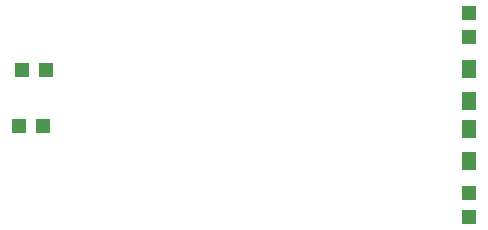
<source format=gbp>
G04 #@! TF.FileFunction,Paste,Bot*
%FSLAX46Y46*%
G04 Gerber Fmt 4.6, Leading zero omitted, Abs format (unit mm)*
G04 Created by KiCad (PCBNEW 0.201506222247+5806~23~ubuntu14.04.1-product) date Sat 27 Jun 2015 15:51:07 CEST*
%MOMM*%
G01*
G04 APERTURE LIST*
%ADD10C,0.100000*%
%ADD11R,1.198880X1.198880*%
%ADD12R,1.300000X1.500000*%
G04 APERTURE END LIST*
D10*
D11*
X159545020Y-56769000D03*
X157446980Y-56769000D03*
X159799020Y-52070000D03*
X157700980Y-52070000D03*
X195580000Y-49309020D03*
X195580000Y-47210980D03*
X195580000Y-62450980D03*
X195580000Y-64549020D03*
D12*
X195580000Y-51990000D03*
X195580000Y-54690000D03*
X195580000Y-59770000D03*
X195580000Y-57070000D03*
M02*

</source>
